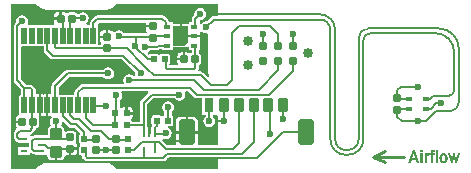
<source format=gtl>
G04*
G04 #@! TF.GenerationSoftware,Altium Limited,Altium Designer,21.5.1 (32)*
G04*
G04 Layer_Physical_Order=1*
G04 Layer_Color=255*
%FSLAX25Y25*%
%MOIN*%
G70*
G04*
G04 #@! TF.SameCoordinates,39876A4E-BCA0-42A6-88EB-BCD9F64C9596*
G04*
G04*
G04 #@! TF.FilePolarity,Positive*
G04*
G01*
G75*
%ADD10C,0.01000*%
%ADD29C,0.03347*%
%ADD30C,0.00787*%
G04:AMPARAMS|DCode=31|XSize=15.75mil|YSize=21.65mil|CornerRadius=0mil|HoleSize=0mil|Usage=FLASHONLY|Rotation=270.000|XOffset=0mil|YOffset=0mil|HoleType=Round|Shape=RoundedRectangle|*
%AMROUNDEDRECTD31*
21,1,0.01575,0.02165,0,0,270.0*
21,1,0.01575,0.02165,0,0,270.0*
1,1,0.00000,-0.01083,-0.00787*
1,1,0.00000,-0.01083,0.00787*
1,1,0.00000,0.01083,0.00787*
1,1,0.00000,0.01083,-0.00787*
%
%ADD31ROUNDEDRECTD31*%
%ADD32R,0.00394X0.00394*%
G04:AMPARAMS|DCode=33|XSize=11.81mil|YSize=19.68mil|CornerRadius=1.18mil|HoleSize=0mil|Usage=FLASHONLY|Rotation=270.000|XOffset=0mil|YOffset=0mil|HoleType=Round|Shape=RoundedRectangle|*
%AMROUNDEDRECTD33*
21,1,0.01181,0.01732,0,0,270.0*
21,1,0.00945,0.01968,0,0,270.0*
1,1,0.00236,-0.00866,-0.00472*
1,1,0.00236,-0.00866,0.00472*
1,1,0.00236,0.00866,0.00472*
1,1,0.00236,0.00866,-0.00472*
%
%ADD33ROUNDEDRECTD33*%
%ADD34R,0.01968X0.01181*%
G04:AMPARAMS|DCode=35|XSize=31.5mil|YSize=47.24mil|CornerRadius=3.15mil|HoleSize=0mil|Usage=FLASHONLY|Rotation=0.000|XOffset=0mil|YOffset=0mil|HoleType=Round|Shape=RoundedRectangle|*
%AMROUNDEDRECTD35*
21,1,0.03150,0.04095,0,0,0.0*
21,1,0.02520,0.04724,0,0,0.0*
1,1,0.00630,0.01260,-0.02047*
1,1,0.00630,-0.01260,-0.02047*
1,1,0.00630,-0.01260,0.02047*
1,1,0.00630,0.01260,0.02047*
%
%ADD35ROUNDEDRECTD35*%
%ADD36R,0.03150X0.04724*%
G04:AMPARAMS|DCode=37|XSize=51.18mil|YSize=84.65mil|CornerRadius=5.12mil|HoleSize=0mil|Usage=FLASHONLY|Rotation=0.000|XOffset=0mil|YOffset=0mil|HoleType=Round|Shape=RoundedRectangle|*
%AMROUNDEDRECTD37*
21,1,0.05118,0.07441,0,0,0.0*
21,1,0.04095,0.08465,0,0,0.0*
1,1,0.01024,0.02047,-0.03720*
1,1,0.01024,-0.02047,-0.03720*
1,1,0.01024,-0.02047,0.03720*
1,1,0.01024,0.02047,0.03720*
%
%ADD37ROUNDEDRECTD37*%
G04:AMPARAMS|DCode=38|XSize=21.65mil|YSize=19.68mil|CornerRadius=1.97mil|HoleSize=0mil|Usage=FLASHONLY|Rotation=90.000|XOffset=0mil|YOffset=0mil|HoleType=Round|Shape=RoundedRectangle|*
%AMROUNDEDRECTD38*
21,1,0.02165,0.01575,0,0,90.0*
21,1,0.01772,0.01968,0,0,90.0*
1,1,0.00394,0.00787,0.00886*
1,1,0.00394,0.00787,-0.00886*
1,1,0.00394,-0.00787,-0.00886*
1,1,0.00394,-0.00787,0.00886*
%
%ADD38ROUNDEDRECTD38*%
%ADD39C,0.03100*%
G04:AMPARAMS|DCode=40|XSize=17.72mil|YSize=55.12mil|CornerRadius=2.66mil|HoleSize=0mil|Usage=FLASHONLY|Rotation=0.000|XOffset=0mil|YOffset=0mil|HoleType=Round|Shape=RoundedRectangle|*
%AMROUNDEDRECTD40*
21,1,0.01772,0.04980,0,0,0.0*
21,1,0.01240,0.05512,0,0,0.0*
1,1,0.00532,0.00620,-0.02490*
1,1,0.00532,-0.00620,-0.02490*
1,1,0.00532,-0.00620,0.02490*
1,1,0.00532,0.00620,0.02490*
%
%ADD40ROUNDEDRECTD40*%
G04:AMPARAMS|DCode=41|XSize=25.2mil|YSize=23.62mil|CornerRadius=2.36mil|HoleSize=0mil|Usage=FLASHONLY|Rotation=180.000|XOffset=0mil|YOffset=0mil|HoleType=Round|Shape=RoundedRectangle|*
%AMROUNDEDRECTD41*
21,1,0.02520,0.01890,0,0,180.0*
21,1,0.02047,0.02362,0,0,180.0*
1,1,0.00472,-0.01024,0.00945*
1,1,0.00472,0.01024,0.00945*
1,1,0.00472,0.01024,-0.00945*
1,1,0.00472,-0.01024,-0.00945*
%
%ADD41ROUNDEDRECTD41*%
%ADD42R,0.02165X0.00984*%
G04:AMPARAMS|DCode=43|XSize=25.2mil|YSize=23.62mil|CornerRadius=2.36mil|HoleSize=0mil|Usage=FLASHONLY|Rotation=270.000|XOffset=0mil|YOffset=0mil|HoleType=Round|Shape=RoundedRectangle|*
%AMROUNDEDRECTD43*
21,1,0.02520,0.01890,0,0,270.0*
21,1,0.02047,0.02362,0,0,270.0*
1,1,0.00472,-0.00945,-0.01024*
1,1,0.00472,-0.00945,0.01024*
1,1,0.00472,0.00945,0.01024*
1,1,0.00472,0.00945,-0.01024*
%
%ADD43ROUNDEDRECTD43*%
G04:AMPARAMS|DCode=44|XSize=37.4mil|YSize=39.37mil|CornerRadius=3.74mil|HoleSize=0mil|Usage=FLASHONLY|Rotation=0.000|XOffset=0mil|YOffset=0mil|HoleType=Round|Shape=RoundedRectangle|*
%AMROUNDEDRECTD44*
21,1,0.03740,0.03189,0,0,0.0*
21,1,0.02992,0.03937,0,0,0.0*
1,1,0.00748,0.01496,-0.01595*
1,1,0.00748,-0.01496,-0.01595*
1,1,0.00748,-0.01496,0.01595*
1,1,0.00748,0.01496,0.01595*
%
%ADD44ROUNDEDRECTD44*%
G04:AMPARAMS|DCode=45|XSize=21.65mil|YSize=19.68mil|CornerRadius=1.97mil|HoleSize=0mil|Usage=FLASHONLY|Rotation=180.000|XOffset=0mil|YOffset=0mil|HoleType=Round|Shape=RoundedRectangle|*
%AMROUNDEDRECTD45*
21,1,0.02165,0.01575,0,0,180.0*
21,1,0.01772,0.01968,0,0,180.0*
1,1,0.00394,-0.00886,0.00787*
1,1,0.00394,0.00886,0.00787*
1,1,0.00394,0.00886,-0.00787*
1,1,0.00394,-0.00886,-0.00787*
%
%ADD45ROUNDEDRECTD45*%
%ADD46R,0.00984X0.02165*%
%ADD47C,0.00591*%
%ADD48C,0.02362*%
G36*
X70866Y52976D02*
X69488D01*
X69027Y52884D01*
X68637Y52623D01*
X68637Y52623D01*
X67183Y51169D01*
X66929Y51220D01*
X66161Y51067D01*
X65510Y50632D01*
X65358Y50405D01*
X65003Y50513D01*
X64858Y50953D01*
D01*
X64803Y51453D01*
X64961Y51635D01*
X65729Y51787D01*
X66380Y52223D01*
X66815Y52874D01*
X66968Y53642D01*
X66815Y54410D01*
X66380Y55061D01*
X65729Y55496D01*
X64961Y55649D01*
X64193Y55496D01*
X63541Y55061D01*
X63106Y54410D01*
X62954Y53642D01*
X63004Y53388D01*
X62534Y52918D01*
X62273Y52528D01*
X62182Y52067D01*
X62182Y52067D01*
Y50953D01*
X61118D01*
Y50394D01*
X55803Y50394D01*
Y50953D01*
X54636D01*
X54558Y51346D01*
X54297Y51737D01*
X54297Y51737D01*
X53214Y52820D01*
X52823Y53081D01*
X52362Y53173D01*
X52362Y53173D01*
X37520D01*
X37520Y53173D01*
X37520Y53173D01*
X30709D01*
X30709Y53173D01*
X30248Y53081D01*
X29857Y52820D01*
X28479Y51442D01*
X28218Y51051D01*
X28126Y50591D01*
X28126Y50590D01*
Y50000D01*
X27495D01*
X27392Y50021D01*
X27065D01*
X26914Y50521D01*
X27249Y50744D01*
X27684Y51396D01*
X27837Y52164D01*
X27684Y52932D01*
X27249Y53583D01*
X26598Y54018D01*
X25829Y54171D01*
X25061Y54018D01*
X24560Y53683D01*
X24364Y53602D01*
X23940Y53779D01*
X23898Y53842D01*
X23560Y54068D01*
X23160Y54147D01*
X21270D01*
X20871Y54068D01*
X20826Y54037D01*
X20260Y53983D01*
X19857Y54253D01*
X19380Y54348D01*
X18829D01*
Y52080D01*
X18436D01*
Y51686D01*
X16246D01*
Y51056D01*
X16341Y50580D01*
X16381Y50521D01*
X16114Y50021D01*
X15915D01*
X15812Y50000D01*
X14700D01*
X14596Y50021D01*
X13356D01*
X13253Y50000D01*
X12141D01*
X12037Y50021D01*
X10797D01*
X10694Y50000D01*
X9582D01*
X9478Y50021D01*
X8238D01*
X8134Y50000D01*
X7690D01*
X7431Y50412D01*
X7438Y50500D01*
X7586Y51245D01*
X7434Y52014D01*
X6999Y52665D01*
X6347Y53100D01*
X5579Y53253D01*
X4811Y53100D01*
X4160Y52665D01*
X3725Y52014D01*
X3572Y51245D01*
X3623Y50992D01*
X3086Y50455D01*
X2824Y50064D01*
X2733Y49603D01*
X2733Y49603D01*
Y31496D01*
X2733Y31496D01*
X2824Y31035D01*
X3086Y30645D01*
X5095Y28635D01*
Y26595D01*
X4920Y26478D01*
X4687Y26129D01*
X4605Y25719D01*
Y20738D01*
X4656Y20484D01*
X4655Y20438D01*
X4450Y20042D01*
X4354Y19926D01*
X4169Y19890D01*
X3766Y19620D01*
X3496Y19216D01*
X3401Y18740D01*
Y18110D01*
X5590D01*
Y17323D01*
X3401D01*
Y16693D01*
X3496Y16217D01*
X3766Y15813D01*
X3706Y15252D01*
X3086Y14631D01*
X2824Y14240D01*
X2733Y13780D01*
X2733Y13780D01*
Y12598D01*
X2733Y12598D01*
X2824Y12138D01*
X3086Y11747D01*
X3479Y11353D01*
X3479Y11353D01*
X3715Y11117D01*
X4106Y10856D01*
X4374Y10803D01*
Y10689D01*
X7851D01*
Y9311D01*
X4374D01*
Y6752D01*
X8114D01*
Y7192D01*
X8614Y7399D01*
X8833Y7180D01*
X9224Y6919D01*
X9685Y6827D01*
X9886D01*
Y6752D01*
X13626D01*
X14048Y6564D01*
Y6181D01*
X14154Y5651D01*
X14454Y5202D01*
X14903Y4902D01*
X15433Y4796D01*
X16535D01*
Y7776D01*
X17323D01*
Y4796D01*
X18425D01*
X18955Y4902D01*
X19404Y5202D01*
X19705Y5651D01*
X19810Y6181D01*
Y6320D01*
X20310Y6615D01*
X20630Y6551D01*
X21260D01*
Y8740D01*
X21654D01*
Y9134D01*
X23922D01*
Y9685D01*
X23827Y10161D01*
X23557Y10565D01*
X23611Y11130D01*
X23641Y11175D01*
X23721Y11575D01*
Y13465D01*
X23641Y13864D01*
X23415Y14202D01*
X23077Y14429D01*
X22677Y14508D01*
X20630D01*
X20231Y14429D01*
X20109Y14348D01*
X19609Y14611D01*
Y15079D01*
X19519Y15532D01*
X19263Y15916D01*
X18878Y16173D01*
X18768Y16195D01*
X18538Y16750D01*
X18752Y17071D01*
X18848Y17554D01*
X19391Y17718D01*
X21082Y16027D01*
X21082Y16027D01*
X21473Y15766D01*
X21934Y15675D01*
X23140D01*
X24828Y13986D01*
X24782Y13525D01*
X24565Y13199D01*
X24489Y12815D01*
Y11240D01*
X24565Y10856D01*
X24782Y10531D01*
X24924Y10436D01*
Y9879D01*
X24782Y9784D01*
X24565Y9459D01*
X24489Y9075D01*
Y7500D01*
X24565Y7116D01*
X24782Y6790D01*
X25108Y6573D01*
X25253Y6544D01*
X25615Y6255D01*
X25707Y5794D01*
X25968Y5403D01*
X26429Y4942D01*
X26429Y4942D01*
X26820Y4681D01*
X27281Y4589D01*
X27281Y4589D01*
X52644D01*
X52644Y4589D01*
X53105Y4681D01*
X53495Y4942D01*
X54436Y5882D01*
X70866D01*
Y2007D01*
X36887D01*
X36272Y2808D01*
X35450Y3439D01*
X34492Y3836D01*
X33530Y3962D01*
X33463Y3976D01*
X14277Y3977D01*
X13778Y3977D01*
X13778Y3977D01*
X13778Y3977D01*
X13777Y3977D01*
Y3977D01*
X13709Y3963D01*
X12751Y3837D01*
X11793Y3440D01*
X10970Y2809D01*
X10355Y2007D01*
X2007D01*
Y57048D01*
X10357D01*
X10972Y56247D01*
X11794Y55616D01*
X12752Y55220D01*
X13714Y55093D01*
X13781Y55080D01*
X32967Y55078D01*
X33466Y55078D01*
X33466Y55078D01*
X33466Y55078D01*
X33467Y55078D01*
Y55078D01*
X33535Y55092D01*
X34493Y55218D01*
X35451Y55615D01*
X36274Y56246D01*
X36889Y57048D01*
X70866D01*
Y52976D01*
D02*
G37*
G36*
X37520Y50764D02*
X46705D01*
X46945Y50472D01*
Y49921D01*
X49213D01*
Y49134D01*
X46945D01*
Y48583D01*
X47039Y48107D01*
X47266Y47767D01*
X47192Y47498D01*
X47061Y47267D01*
X39417D01*
X39167Y47641D01*
X38516Y48076D01*
X37748Y48229D01*
X36980Y48076D01*
X36430Y47709D01*
X36095Y47690D01*
X35801Y47751D01*
X35762Y47809D01*
X35358Y48079D01*
X34882Y48173D01*
X34252D01*
Y45984D01*
X33858D01*
Y45590D01*
X31590D01*
Y45039D01*
X31685Y44563D01*
X31955Y44159D01*
X31901Y43594D01*
X31870Y43549D01*
X31843Y43409D01*
X31025D01*
Y50000D01*
X31025D01*
X30965Y50365D01*
X31323Y50764D01*
X37520D01*
X37520Y50764D01*
D02*
G37*
G36*
X12772Y41535D02*
X12772Y41535D01*
X12864Y41075D01*
X13125Y40684D01*
X14897Y38912D01*
X15287Y38651D01*
X15748Y38559D01*
X38871D01*
X43280Y34151D01*
X43251Y34006D01*
X43378Y33369D01*
X43148Y32987D01*
X43040Y32882D01*
X42785Y32874D01*
X42758Y32915D01*
X42107Y33350D01*
X41339Y33503D01*
X40571Y33350D01*
X39919Y32915D01*
X39484Y32264D01*
X39331Y31496D01*
X39476Y30770D01*
X39461Y30648D01*
X39260Y30270D01*
X25810D01*
X25350Y30179D01*
X24959Y29918D01*
X24959Y29918D01*
X23361Y28320D01*
X23100Y27929D01*
X23008Y27468D01*
X23008Y27468D01*
Y26772D01*
X22377D01*
X22274Y26792D01*
X21034D01*
X20930Y26772D01*
X19818D01*
X19715Y26792D01*
X18474D01*
X18371Y26772D01*
X17740D01*
Y29127D01*
X21267Y32654D01*
X32689D01*
X32833Y32439D01*
X33484Y32004D01*
X34252Y31851D01*
X35020Y32004D01*
X35671Y32439D01*
X36106Y33090D01*
X36259Y33858D01*
X36106Y34626D01*
X35671Y35278D01*
X35020Y35713D01*
X34252Y35865D01*
X33484Y35713D01*
X32833Y35278D01*
X32689Y35063D01*
X20768D01*
X20768Y35063D01*
X20307Y34971D01*
X19916Y34710D01*
X19916Y34710D01*
X15684Y30477D01*
X15423Y30087D01*
X15331Y29626D01*
X15331Y29626D01*
Y27318D01*
X15301Y27266D01*
X14831Y26946D01*
X14596Y26993D01*
X13356D01*
X12869Y26896D01*
X12697Y26781D01*
X12525Y26896D01*
X12037Y26993D01*
X10797D01*
X10563Y26946D01*
X10093Y27266D01*
X10063Y27318D01*
Y28427D01*
X10063Y28427D01*
X9971Y28888D01*
X9710Y29278D01*
X9710Y29278D01*
X9249Y29739D01*
X8858Y30000D01*
X8397Y30092D01*
X8397Y30092D01*
X7044D01*
X5141Y31995D01*
Y42728D01*
X5641Y42900D01*
X5679Y42893D01*
X6919D01*
X7023Y42913D01*
X8134D01*
X8238Y42893D01*
X9478D01*
X9582Y42913D01*
X10694D01*
X10797Y42893D01*
X12037D01*
X12141Y42913D01*
X12772D01*
Y41535D01*
D02*
G37*
G36*
X60921Y44181D02*
X59622Y42882D01*
X56000D01*
X56000Y49575D01*
X60921D01*
X60921Y44181D01*
D02*
G37*
G36*
X61118Y42520D02*
Y41504D01*
X62178D01*
Y40613D01*
X61963Y40571D01*
X61918Y40540D01*
X61352Y40486D01*
X60949Y40756D01*
X60472Y40851D01*
X59921D01*
Y38583D01*
X59527D01*
Y38189D01*
X57338D01*
Y37559D01*
X57433Y37083D01*
X57512Y36965D01*
X57244Y36465D01*
X54818D01*
X54721Y36965D01*
X54928Y37274D01*
X55004Y37658D01*
Y39430D01*
X54928Y39814D01*
X54710Y40140D01*
X54385Y40357D01*
X54001Y40433D01*
X52426D01*
X52042Y40357D01*
X51716Y40140D01*
X51622Y39998D01*
X51064D01*
X50970Y40140D01*
X50644Y40357D01*
X50260Y40433D01*
X48686D01*
X48302Y40357D01*
X47976Y40140D01*
X47715Y40114D01*
X47445Y40421D01*
X47543Y40938D01*
X48058Y41283D01*
X48202Y41498D01*
X50576D01*
X50576Y41498D01*
X51037Y41589D01*
X51428Y41850D01*
X51452Y41875D01*
X52063D01*
Y41504D01*
X55803D01*
Y42520D01*
X61118Y42520D01*
D02*
G37*
G36*
X66161Y47358D02*
X66929Y47205D01*
X67198Y47259D01*
X67692Y46847D01*
Y33860D01*
X67784Y33399D01*
X68029Y32806D01*
X67605Y32523D01*
X66010Y34118D01*
X65620Y34379D01*
X65159Y34471D01*
X65159Y34471D01*
X64447D01*
X64344Y34613D01*
X64226Y34971D01*
X64420Y35261D01*
X64511Y35722D01*
X64511Y35722D01*
Y36567D01*
X64651Y36595D01*
X64990Y36821D01*
X65216Y37160D01*
X65296Y37559D01*
Y39606D01*
X65216Y40006D01*
X64990Y40344D01*
X64651Y40571D01*
X64586Y40584D01*
Y41504D01*
X64858D01*
Y44457D01*
X65055D01*
Y45835D01*
X62988D01*
Y46622D01*
X65055D01*
Y47574D01*
X65339Y47711D01*
X65555Y47763D01*
X66161Y47358D01*
D02*
G37*
G36*
X62928Y25920D02*
X62928Y25920D01*
X63319Y25659D01*
X63779Y25567D01*
X65630D01*
Y20059D01*
X66788D01*
Y19498D01*
X66551Y19340D01*
X66116Y18689D01*
X65963Y17921D01*
X66116Y17152D01*
X66551Y16501D01*
X67202Y16066D01*
X67970Y15913D01*
X68738Y16066D01*
X69389Y16501D01*
X69824Y17152D01*
X69977Y17921D01*
X69824Y18689D01*
X69389Y19340D01*
X69196Y19469D01*
Y20059D01*
X70354D01*
X70354Y20059D01*
X70366Y20061D01*
X70866Y19629D01*
Y9866D01*
X64477D01*
X64067Y10366D01*
X64084Y10453D01*
Y13780D01*
X56939D01*
Y10453D01*
X56956Y10366D01*
X56546Y9866D01*
X54042D01*
X52331Y11576D01*
X52650Y11965D01*
X52663Y11956D01*
X53431Y11803D01*
X54199Y11956D01*
X54850Y12391D01*
X55286Y13042D01*
X55438Y13810D01*
X55286Y14579D01*
X54850Y15230D01*
X54227Y15646D01*
X54228Y15724D01*
X54233Y15791D01*
X54324Y16137D01*
X54693Y16210D01*
X54709Y16221D01*
X55020D01*
X55404Y16297D01*
X55729Y16515D01*
X55947Y16840D01*
X56023Y17224D01*
Y18996D01*
X55947Y19380D01*
X55729Y19706D01*
X55460Y19885D01*
Y20986D01*
X55675Y21130D01*
X56110Y21781D01*
X56263Y22549D01*
X56110Y23317D01*
X55675Y23968D01*
X55024Y24403D01*
X54256Y24556D01*
X53488Y24403D01*
X52837Y23968D01*
X52402Y23317D01*
X52249Y22549D01*
X52402Y21781D01*
X52837Y21130D01*
X53052Y20986D01*
Y19917D01*
X52735Y19706D01*
X52641Y19565D01*
X52083D01*
X51989Y19706D01*
X51664Y19923D01*
X51279Y20000D01*
X49705D01*
X49321Y19923D01*
X48995Y19706D01*
X48778Y19380D01*
X48701Y18996D01*
Y17224D01*
X48778Y16840D01*
X48982Y16535D01*
X48887Y16393D01*
X48796Y15933D01*
X48425Y15867D01*
Y13780D01*
X47638D01*
Y15846D01*
X47267D01*
Y23517D01*
X49318Y25567D01*
X56422D01*
X56611Y25285D01*
X57262Y24850D01*
X58030Y24697D01*
X58798Y24850D01*
X59449Y25285D01*
X59884Y25936D01*
X60037Y26704D01*
X59906Y27362D01*
X60179Y27862D01*
X60986D01*
X62928Y25920D01*
D02*
G37*
G36*
X47706Y27362D02*
X45211Y24867D01*
X44950Y24477D01*
X44859Y24016D01*
X44859Y24016D01*
Y17740D01*
X42180D01*
X42167Y17805D01*
X41992Y18067D01*
X41959Y18206D01*
X42019Y18686D01*
X42092Y18735D01*
X42353Y19126D01*
X42444Y19587D01*
Y20079D01*
X40453D01*
Y20472D01*
X40059D01*
Y22562D01*
X39665D01*
X39204Y22471D01*
X38814Y22210D01*
X38329Y22313D01*
X38094Y22500D01*
Y24914D01*
X38309Y25058D01*
X38744Y25709D01*
X38897Y26477D01*
X38744Y27245D01*
X38626Y27421D01*
X38862Y27862D01*
X47499D01*
X47706Y27362D01*
D02*
G37*
G36*
X12869Y19561D02*
X13356Y19464D01*
X14596D01*
X15084Y19561D01*
X15429Y19189D01*
X15430Y19185D01*
X15044Y18607D01*
X14891Y17839D01*
X15044Y17071D01*
X15265Y16739D01*
X15035Y16184D01*
X14980Y16173D01*
X14596Y15916D01*
X14339Y15532D01*
X14249Y15079D01*
Y13173D01*
X13626D01*
Y13248D01*
X9886D01*
Y13248D01*
X9431Y13138D01*
X9145Y13081D01*
X8763Y12825D01*
X8722Y12833D01*
X8256Y13021D01*
X8215Y13349D01*
X8468Y13601D01*
X8521Y13612D01*
X8912Y13873D01*
X9828Y14789D01*
X10089Y15180D01*
X10181Y15641D01*
X10294Y15648D01*
X10315Y15649D01*
X10714Y15729D01*
X11053Y15955D01*
X11279Y16294D01*
X11359Y16693D01*
Y18740D01*
X11314Y18964D01*
X11618Y19464D01*
X12037D01*
X12525Y19561D01*
X12697Y19676D01*
X12869Y19561D01*
D02*
G37*
G36*
X142758Y8445D02*
X142835Y8439D01*
X142923Y8421D01*
X143023Y8403D01*
X143130Y8374D01*
X143236Y8338D01*
X143141Y7748D01*
X143135D01*
X143112Y7754D01*
X143082Y7766D01*
X143041Y7778D01*
X142994Y7784D01*
X142935Y7796D01*
X142823Y7801D01*
X142799D01*
X142776Y7796D01*
X142740Y7790D01*
X142705Y7778D01*
X142669Y7766D01*
X142640Y7743D01*
X142610Y7713D01*
Y7707D01*
X142599Y7695D01*
X142593Y7672D01*
X142581Y7636D01*
X142569Y7595D01*
X142557Y7536D01*
X142551Y7465D01*
X142545Y7377D01*
Y7147D01*
X143065D01*
Y6480D01*
X142545D01*
Y3937D01*
X141849D01*
Y6480D01*
X141460D01*
Y7038D01*
X141247Y6321D01*
X141242Y6327D01*
X141218Y6344D01*
X141183Y6368D01*
X141141Y6391D01*
X141088Y6415D01*
X141035Y6439D01*
X140976Y6456D01*
X140917Y6462D01*
X140893D01*
X140864Y6456D01*
X140829Y6450D01*
X140787Y6433D01*
X140746Y6415D01*
X140699Y6385D01*
X140657Y6350D01*
X140652Y6344D01*
X140640Y6327D01*
X140622Y6303D01*
X140598Y6262D01*
X140575Y6208D01*
X140545Y6144D01*
X140522Y6061D01*
X140504Y5961D01*
Y5955D01*
Y5949D01*
X140498Y5931D01*
Y5908D01*
X140492Y5872D01*
Y5831D01*
X140486Y5784D01*
X140480Y5731D01*
X140475Y5660D01*
Y5589D01*
X140469Y5500D01*
X140463Y5406D01*
Y5306D01*
X140457Y5188D01*
Y5064D01*
Y4928D01*
Y3937D01*
X139761D01*
Y7147D01*
X140410D01*
Y6692D01*
X140416Y6698D01*
X140427Y6716D01*
X140439Y6740D01*
X140469Y6793D01*
X140510Y6858D01*
X140557Y6928D01*
X140604Y6999D01*
X140657Y7064D01*
X140705Y7111D01*
X140711Y7117D01*
X140728Y7129D01*
X140758Y7147D01*
X140793Y7170D01*
X140834Y7188D01*
X140888Y7206D01*
X140947Y7217D01*
X141006Y7223D01*
X141047D01*
X141094Y7217D01*
X141153Y7206D01*
X141224Y7182D01*
X141301Y7153D01*
X141383Y7111D01*
X141460Y7062D01*
Y7147D01*
X141849D01*
Y7389D01*
Y7394D01*
Y7406D01*
Y7430D01*
Y7459D01*
Y7495D01*
X141855Y7536D01*
X141861Y7630D01*
X141867Y7737D01*
X141885Y7837D01*
X141902Y7937D01*
X141932Y8020D01*
X141938Y8032D01*
X141950Y8055D01*
X141967Y8091D01*
X141997Y8132D01*
X142032Y8185D01*
X142079Y8238D01*
X142132Y8285D01*
X142197Y8332D01*
X142203Y8338D01*
X142233Y8350D01*
X142268Y8368D01*
X142321Y8392D01*
X142386Y8415D01*
X142469Y8433D01*
X142557Y8445D01*
X142652Y8450D01*
X142705D01*
X142758Y8445D01*
D02*
G37*
G36*
X139076Y7583D02*
X138380D01*
Y8368D01*
X139076D01*
Y7583D01*
D02*
G37*
G36*
X150705Y3937D02*
X150044D01*
X149584Y5996D01*
X149136Y3937D01*
X148463D01*
X147631Y7147D01*
X148304D01*
X148800Y5040D01*
X149254Y7147D01*
X149920D01*
X150363Y5040D01*
X150870Y7147D01*
X151561D01*
X150705Y3937D01*
D02*
G37*
G36*
X144156D02*
X143460D01*
Y8374D01*
X144156D01*
Y3937D01*
D02*
G37*
G36*
X139076D02*
X138380D01*
Y7147D01*
X139076D01*
Y3937D01*
D02*
G37*
G36*
X137997D02*
X137200D01*
X136881Y4946D01*
X135430D01*
X135129Y3937D01*
X134350D01*
X135760Y8374D01*
X136545D01*
X137997Y3937D01*
D02*
G37*
G36*
X146115Y7217D02*
X146162D01*
X146215Y7206D01*
X146274Y7200D01*
X146345Y7182D01*
X146416Y7158D01*
X146499Y7135D01*
X146575Y7099D01*
X146658Y7058D01*
X146740Y7011D01*
X146823Y6952D01*
X146906Y6887D01*
X146982Y6810D01*
X147053Y6722D01*
X147059Y6716D01*
X147071Y6698D01*
X147089Y6675D01*
X147112Y6633D01*
X147136Y6586D01*
X147171Y6527D01*
X147201Y6462D01*
X147236Y6391D01*
X147271Y6309D01*
X147301Y6220D01*
X147336Y6126D01*
X147360Y6020D01*
X147383Y5914D01*
X147401Y5801D01*
X147413Y5683D01*
X147419Y5559D01*
Y5554D01*
Y5536D01*
Y5512D01*
Y5477D01*
X147413Y5430D01*
X147407Y5382D01*
X147401Y5324D01*
X147395Y5259D01*
X147372Y5117D01*
X147336Y4970D01*
X147289Y4810D01*
X147224Y4657D01*
Y4651D01*
X147218Y4639D01*
X147206Y4621D01*
X147189Y4592D01*
X147148Y4521D01*
X147094Y4433D01*
X147018Y4338D01*
X146935Y4238D01*
X146841Y4143D01*
X146729Y4061D01*
X146723D01*
X146717Y4055D01*
X146699Y4043D01*
X146676Y4031D01*
X146611Y3996D01*
X146528Y3961D01*
X146428Y3925D01*
X146316Y3890D01*
X146192Y3866D01*
X146056Y3860D01*
X146032D01*
X145997Y3866D01*
X145962D01*
X145908Y3872D01*
X145850Y3884D01*
X145785Y3896D01*
X145714Y3919D01*
X145643Y3943D01*
X145560Y3972D01*
X145484Y4008D01*
X145401Y4049D01*
X145318Y4102D01*
X145236Y4161D01*
X145159Y4232D01*
X145082Y4309D01*
X145077Y4315D01*
X145065Y4332D01*
X145047Y4356D01*
X145024Y4391D01*
X144994Y4439D01*
X144959Y4492D01*
X144929Y4562D01*
X144894Y4639D01*
X144852Y4722D01*
X144823Y4816D01*
X144788Y4922D01*
X144758Y5034D01*
X144734Y5158D01*
X144717Y5294D01*
X144705Y5436D01*
X144699Y5583D01*
Y5589D01*
Y5607D01*
Y5630D01*
X144705Y5666D01*
Y5707D01*
X144711Y5754D01*
X144717Y5807D01*
X144723Y5866D01*
X144746Y6002D01*
X144776Y6144D01*
X144823Y6297D01*
X144882Y6444D01*
Y6450D01*
X144894Y6462D01*
X144900Y6480D01*
X144917Y6509D01*
X144959Y6580D01*
X145012Y6663D01*
X145082Y6757D01*
X145171Y6858D01*
X145265Y6946D01*
X145372Y7029D01*
X145378D01*
X145383Y7034D01*
X145401Y7046D01*
X145425Y7058D01*
X145490Y7088D01*
X145572Y7129D01*
X145673Y7164D01*
X145791Y7194D01*
X145920Y7217D01*
X146056Y7223D01*
X146086D01*
X146115Y7217D01*
D02*
G37*
%LPC*%
G36*
X18042Y54348D02*
X17491D01*
X17015Y54253D01*
X16611Y53983D01*
X16341Y53580D01*
X16246Y53104D01*
Y52474D01*
X18042D01*
Y54348D01*
D02*
G37*
G36*
X23922Y8347D02*
X22047D01*
Y6551D01*
X22677D01*
X23153Y6646D01*
X23557Y6915D01*
X23827Y7319D01*
X23922Y7795D01*
Y8347D01*
D02*
G37*
G36*
X33465Y48173D02*
X32835D01*
X32358Y48079D01*
X31955Y47809D01*
X31685Y47405D01*
X31590Y46929D01*
Y46378D01*
X33465D01*
Y48173D01*
D02*
G37*
G36*
X59134Y40851D02*
X58583D01*
X58106Y40756D01*
X57703Y40486D01*
X57433Y40082D01*
X57338Y39606D01*
Y38976D01*
X59134D01*
Y40851D01*
D02*
G37*
G36*
X62559Y19419D02*
X60905D01*
Y14567D01*
X64084D01*
Y17894D01*
X63968Y18477D01*
X63638Y18972D01*
X63143Y19303D01*
X62559Y19419D01*
D02*
G37*
G36*
X60118D02*
X58465D01*
X57881Y19303D01*
X57386Y18972D01*
X57055Y18477D01*
X56939Y17894D01*
Y14567D01*
X60118D01*
Y19419D01*
D02*
G37*
G36*
X41240Y22562D02*
X40846D01*
Y20866D01*
X42444D01*
Y21358D01*
X42353Y21819D01*
X42092Y22210D01*
X41701Y22471D01*
X41240Y22562D01*
D02*
G37*
G36*
X136144Y7335D02*
X135654Y5695D01*
X136645D01*
X136144Y7335D01*
D02*
G37*
G36*
X146097Y6533D02*
X146038D01*
X146009Y6527D01*
X145956Y6521D01*
X145897Y6504D01*
X145826Y6474D01*
X145749Y6427D01*
X145673Y6362D01*
X145637Y6327D01*
X145602Y6279D01*
X145596Y6267D01*
X145572Y6232D01*
X145543Y6173D01*
X145507Y6090D01*
X145472Y5990D01*
X145442Y5860D01*
X145419Y5713D01*
X145413Y5542D01*
Y5536D01*
Y5518D01*
Y5495D01*
X145419Y5459D01*
Y5418D01*
X145425Y5377D01*
X145437Y5265D01*
X145460Y5147D01*
X145495Y5023D01*
X145537Y4905D01*
X145602Y4798D01*
X145608Y4787D01*
X145637Y4757D01*
X145678Y4722D01*
X145731Y4674D01*
X145796Y4627D01*
X145873Y4592D01*
X145962Y4562D01*
X146062Y4551D01*
X146074D01*
X146109Y4557D01*
X146156Y4562D01*
X146221Y4580D01*
X146292Y4610D01*
X146369Y4657D01*
X146445Y4716D01*
X146516Y4798D01*
Y4804D01*
X146522Y4810D01*
X146534Y4828D01*
X146546Y4846D01*
X146575Y4905D01*
X146611Y4987D01*
X146646Y5093D01*
X146676Y5223D01*
X146699Y5371D01*
X146705Y5548D01*
Y5554D01*
Y5571D01*
Y5595D01*
Y5624D01*
X146699Y5666D01*
X146693Y5713D01*
X146681Y5819D01*
X146658Y5937D01*
X146622Y6061D01*
X146575Y6173D01*
X146510Y6279D01*
Y6285D01*
X146504Y6291D01*
X146475Y6321D01*
X146434Y6362D01*
X146380Y6409D01*
X146316Y6450D01*
X146239Y6492D01*
X146150Y6521D01*
X146097Y6533D01*
D02*
G37*
%LPD*%
D10*
X122638Y6102D02*
X132874D01*
X122638D02*
X126575Y4134D01*
X122638Y6102D02*
X126575Y8071D01*
X122638Y6102D02*
X126575Y4134D01*
D29*
X80945Y44551D02*
D03*
Y36551D02*
D03*
X100945Y40551D02*
D03*
D30*
X147832Y26369D02*
G03*
X149606Y28144I0J1775D01*
G01*
X148194Y21226D02*
G03*
X151181Y24213I0J2987D01*
G01*
X149606Y40945D02*
G03*
X143338Y47213I-6268J0D01*
G01*
X121684Y47244D02*
G03*
X119353Y44913I0J-2331D01*
G01*
X114204Y6693D02*
G03*
X119353Y11842I0J5149D01*
G01*
X108329Y11811D02*
G03*
X113478Y6662I5149J0D01*
G01*
X108299Y48425D02*
G03*
X104952Y51772I-3347J0D01*
G01*
X151181Y42126D02*
G03*
X144517Y48790I-6664J0D01*
G01*
X120897Y48850D02*
G03*
X117747Y45700I0J-3150D01*
G01*
X114204Y8299D02*
G03*
X117747Y11842I0J3543D01*
G01*
X109935Y11811D02*
G03*
X113478Y8268I3543J0D01*
G01*
X109904Y48425D02*
G03*
X104786Y53543I-5118J0D01*
G01*
X63386Y52067D02*
X64961Y53642D01*
X66800Y56232D02*
X69488Y53543D01*
X59860Y56232D02*
X66800D01*
X69488Y53543D02*
X104724D01*
X6339Y29094D02*
X6545Y28888D01*
X8976Y15641D02*
Y17717D01*
X8858Y23228D02*
Y28427D01*
X8397Y28888D02*
X8858Y28427D01*
X8976Y17717D02*
Y23346D01*
X6545Y28888D02*
X8397D01*
X3937Y31496D02*
X6339Y29094D01*
X6299Y23228D02*
Y29055D01*
X6339Y29094D01*
X130709Y28248D02*
X131890Y29429D01*
X137402D01*
X130709Y19339D02*
X132134Y17913D01*
X140376D02*
X143689Y21226D01*
X132134Y17913D02*
X137402D01*
X140376D01*
X141745Y22060D02*
X143504Y23819D01*
X145276D01*
X143689Y21226D02*
X148194D01*
X149606Y28144D02*
Y40945D01*
X151181Y24213D02*
Y42126D01*
X144688Y26369D02*
X147832D01*
X144679Y26378D02*
X144688Y26369D01*
X142722Y26378D02*
X144679D01*
X141684Y25340D02*
X142722Y26378D01*
X121684Y47244D02*
X143338D01*
X119353Y11842D02*
Y44913D01*
X108329Y11811D02*
Y48425D01*
X113478Y6662D02*
Y6693D01*
X114204D01*
X69488Y51772D02*
X104952D01*
X140157Y25197D02*
X140301Y25340D01*
X141684D01*
X85945Y43051D02*
Y47217D01*
X58508Y56184D02*
X59813D01*
X58461Y46228D02*
Y56232D01*
X117747Y11842D02*
Y45700D01*
X114173Y8268D02*
X114204Y8299D01*
X113478Y8268D02*
X114173D01*
X72913Y17724D02*
Y23209D01*
X109935Y11811D02*
Y48425D01*
X55933Y11417D02*
X61417D01*
X18287Y52087D02*
X19094Y51279D01*
X33661Y8268D02*
X37402D01*
X3740Y3740D02*
X9808D01*
X140157Y22047D02*
X140171Y22060D01*
X141745D01*
X95945Y43051D02*
Y47217D01*
X22347Y51948D02*
X22562Y52164D01*
X130709Y25512D02*
Y28248D01*
X63382Y46228D02*
X66370D01*
X58461D02*
X63382D01*
X2362Y5118D02*
X3740Y3740D01*
X36768Y56232D02*
X57837D01*
X58413Y56184D02*
X58461Y56232D01*
X57884Y56184D02*
X58413D01*
X57837Y56232D02*
X57884Y56184D01*
X9808Y3740D02*
X10400Y4332D01*
X16468D01*
X130709Y19339D02*
Y21732D01*
X131024Y22047D02*
X134646D01*
X130709Y21732D02*
X131024Y22047D01*
X130709Y25512D02*
X131024Y25197D01*
X4882Y14724D02*
X8060D01*
X8976Y15641D01*
X3937Y13780D02*
X4882Y14724D01*
X5197Y18110D02*
Y18189D01*
X3935Y54723D02*
X35260D01*
X29721Y22838D02*
X33532D01*
X41951Y49528D02*
X49213D01*
X41706Y49282D02*
X41951Y49528D01*
X35281Y49282D02*
X41706D01*
X34957Y49606D02*
X35281Y49282D01*
X37748Y46222D02*
X37907Y46063D01*
X48898D01*
X49213Y45748D01*
X39370Y39764D02*
X45128Y34006D01*
X15748Y39764D02*
X39370D01*
X13976Y41535D02*
X15748Y39764D01*
X11417Y19685D02*
Y23228D01*
Y19685D02*
X12992Y18110D01*
X13976Y17913D02*
Y23228D01*
X13780Y17717D02*
X13976Y17913D01*
X3937Y31496D02*
Y49603D01*
X5579Y51245D01*
X22562Y52164D02*
X25829D01*
X22215Y52080D02*
X22347Y51948D01*
X63732Y4331D02*
X66831D01*
X68012Y5512D01*
X83858D01*
X43307Y42667D02*
Y42913D01*
X47430Y38544D02*
X49473D01*
X43307Y42667D02*
X47430Y38544D01*
X46639Y42702D02*
X50576D01*
X50953Y43079D01*
X66142Y28346D02*
X84449D01*
X90945Y34843D02*
Y38051D01*
X84449Y28346D02*
X90945Y34843D01*
X63779Y26772D02*
X87992D01*
X95945Y34724D02*
Y38051D01*
X87992Y26772D02*
X95945Y34724D01*
X70332Y17921D02*
X72891D01*
X21654Y19912D02*
Y23228D01*
X22956Y18609D02*
X24485D01*
X21654Y19912D02*
X22956Y18609D01*
X29331Y16535D02*
X36713D01*
X26772Y19094D02*
Y23228D01*
Y19094D02*
X29331Y16535D01*
X28626Y14469D02*
X31988D01*
X24485Y18609D02*
X28626Y14469D01*
X21934Y16879D02*
X23639D01*
X26378Y11713D02*
Y14140D01*
X23639Y16879D02*
X26378Y14140D01*
X31988Y14469D02*
X34409Y12047D01*
X37306D02*
X37562Y11791D01*
X34409Y12047D02*
X37306D01*
X30315Y8268D02*
X33661D01*
X83858Y5512D02*
X92520Y14173D01*
X42837Y8366D02*
X45495Y11024D01*
X40945Y8366D02*
X42837D01*
X45495Y11024D02*
X49989D01*
X63729Y4328D02*
X63732Y4331D01*
X63311Y4747D02*
X63729Y4328D01*
X49989Y7885D02*
Y11024D01*
X51181D01*
X53543Y8661D01*
X41339Y31496D02*
X62975D01*
X62984Y31487D01*
X45128Y34006D02*
X45258D01*
X36713Y20472D02*
X36889Y20649D01*
Y26477D01*
X62984Y31487D02*
X62992Y31496D01*
X66142Y28346D01*
X43307Y42913D02*
X43397Y43003D01*
X87677Y23209D02*
X88189Y22697D01*
Y13780D02*
Y22697D01*
X92520Y14173D02*
X100079D01*
X90945Y43051D02*
Y47043D01*
X88381Y49606D02*
X90945Y47043D01*
X75590Y31496D02*
Y47244D01*
X77953Y49606D02*
X88381D01*
X75590Y47244D02*
X77953Y49606D01*
X46063Y5793D02*
X52644D01*
X78740Y7087D02*
X82756Y11102D01*
X53937Y7087D02*
X78740D01*
X52644Y5793D02*
X53937Y7087D01*
X75984Y8661D02*
X77835Y10512D01*
X53543Y8661D02*
X75984D01*
X48031Y20511D02*
X49803Y22282D01*
X50035D01*
X54256Y17415D02*
Y22549D01*
Y17415D02*
X54290Y17381D01*
X54232Y17323D02*
X54290Y17381D01*
X46063Y24016D02*
X48819Y26772D01*
X57962D02*
X58030Y26704D01*
X48819Y26772D02*
X57962D01*
X92598Y23209D02*
Y23969D01*
Y18484D02*
Y23209D01*
X67992Y17724D02*
Y23209D01*
X16898Y13454D02*
Y17839D01*
X16929Y4793D02*
Y7776D01*
X16468Y4332D02*
X16929Y4793D01*
X17894Y8740D02*
X21654D01*
X16929Y7776D02*
X17894Y8740D01*
X16150Y12707D02*
X16898Y13454D01*
X46063Y16535D02*
Y24016D01*
Y13780D02*
Y16535D01*
X40453D02*
X46063D01*
X24213Y23228D02*
Y27468D01*
X25810Y29066D01*
X61485D01*
X50000Y13780D02*
X53400D01*
X53431Y13810D01*
X50489Y16422D02*
Y18110D01*
X50000Y15933D02*
X50489Y16422D01*
X50000Y13780D02*
Y15933D01*
X87677Y23209D02*
Y23694D01*
X48031Y13780D02*
Y20511D01*
X77835Y10512D02*
Y23209D01*
X82756Y11102D02*
Y23209D01*
X27281Y5793D02*
X46063D01*
Y7874D01*
X49989Y7885D02*
X50000Y7874D01*
X40453Y20472D02*
Y23797D01*
X40390Y23860D02*
X40453Y23797D01*
X36713Y16535D02*
Y20472D01*
X87216Y24155D02*
X87677Y23694D01*
X61485Y29066D02*
X63779Y26772D01*
X74016Y29921D02*
X75590Y31496D01*
X68504Y29921D02*
X74016D01*
X66535Y35433D02*
Y46063D01*
X66370Y46228D02*
X66534Y46064D01*
X92620Y23772D02*
Y23947D01*
X92598Y23969D02*
X92620Y23947D01*
X49411Y33266D02*
X65159D01*
X47244Y35433D02*
X49411Y33266D01*
X47244Y35433D02*
X47244D01*
X19212Y19600D02*
X21934Y16879D01*
X19212Y19600D02*
Y23111D01*
X19094Y23228D02*
X19212Y23111D01*
X21654Y23228D02*
X21654Y23228D01*
X37562Y11791D02*
X41260D01*
X59813Y56184D02*
X59860Y56232D01*
X65159Y33266D02*
X68504Y29921D01*
X45628Y37049D02*
X47244Y35433D01*
X53445Y35722D02*
X53906Y35261D01*
X53445Y35722D02*
Y38583D01*
X62846Y35261D02*
X63307Y35722D01*
Y38583D01*
X53906Y35261D02*
X62846D01*
X40472Y42205D02*
X45628Y37049D01*
X45628D01*
X33858Y42205D02*
X40472D01*
X16997D02*
X33858D01*
Y48507D02*
X34957Y49606D01*
X33858Y45984D02*
Y48507D01*
X16535Y42666D02*
X16997Y42205D01*
X16535Y42666D02*
Y46457D01*
X29331Y50591D02*
X30709Y51968D01*
X37520Y51968D02*
X52362D01*
X37520Y51968D02*
X37520Y51968D01*
X30709Y51968D02*
X37520D01*
X30315Y11732D02*
Y12047D01*
X29331Y23228D02*
X29721Y22838D01*
X20768Y33858D02*
X34252D01*
X16535Y29626D02*
X20768Y33858D01*
X26544Y7972D02*
X26819Y7697D01*
Y6255D02*
X27281Y5793D01*
X26819Y6255D02*
Y7697D01*
X2362Y5118D02*
Y53150D01*
X35260Y54723D02*
X36768Y56232D01*
X2362Y53150D02*
X3935Y54723D01*
X49693Y46228D02*
X53539D01*
X49213Y45748D02*
X49693Y46228D01*
X56310Y38583D02*
X59527D01*
X56309Y38584D02*
X56310Y38583D01*
X43397Y43003D02*
Y45748D01*
X63382Y38658D02*
Y43079D01*
X63307Y38583D02*
X63382Y38658D01*
X66929Y49213D02*
X69488Y51772D01*
X63382Y49378D02*
X63386Y49382D01*
Y52067D01*
X50953Y43079D02*
X53539D01*
X26378Y11713D02*
X30295D01*
X30315Y11732D01*
X13976Y41535D02*
Y46457D01*
X53446Y49472D02*
X53539Y49378D01*
X53446Y49472D02*
Y50885D01*
X52362Y51968D02*
X53446Y50885D01*
X29331Y46457D02*
Y50591D01*
X16142Y12126D02*
X20945D01*
X20965Y12106D01*
X21260D01*
X9685Y8032D02*
X11756D01*
X9055Y8661D02*
X9685Y8032D01*
X9055Y8661D02*
Y11417D01*
X9606Y11969D02*
X11756D01*
X9055Y11417D02*
X9606Y11969D01*
X11854Y9902D02*
X13327D01*
X11756Y10000D02*
X11854Y9902D01*
X13327D02*
X14313Y8916D01*
X15573D01*
X11756Y11969D02*
X15984D01*
X16142Y12126D01*
X11417Y29134D02*
X12992D01*
X11417Y23228D02*
X11417Y23228D01*
Y29134D01*
X13976Y23228D02*
Y28150D01*
X12992Y29134D02*
X13976Y28150D01*
X3937Y12598D02*
Y13780D01*
X4331Y12205D02*
X4567Y11969D01*
X4331Y12205D02*
Y12205D01*
X3937Y12598D02*
X4331Y12205D01*
X4567Y11969D02*
X6244D01*
X16535Y23228D02*
Y29626D01*
X19094Y46457D02*
Y51279D01*
X18287Y52087D02*
Y52165D01*
X21654Y46457D02*
Y51752D01*
X22067Y52165D01*
X120897Y48819D02*
X144517D01*
D31*
X53933Y49378D02*
D03*
Y46228D02*
D03*
Y43079D02*
D03*
X62988Y49378D02*
D03*
Y46228D02*
D03*
Y43079D02*
D03*
D32*
X58461Y46228D02*
D03*
D33*
X140157Y22047D02*
D03*
D34*
Y25197D02*
D03*
X134646Y22047D02*
D03*
Y25197D02*
D03*
D35*
X72913Y23209D02*
D03*
X82756D02*
D03*
X77835D02*
D03*
X87677D02*
D03*
X92598D02*
D03*
D36*
X67992D02*
D03*
D37*
X60512Y14173D02*
D03*
X100079D02*
D03*
D38*
X54232Y18110D02*
D03*
X50492D02*
D03*
X49473Y38544D02*
D03*
X53213D02*
D03*
X36713Y20472D02*
D03*
X40453D02*
D03*
Y16535D02*
D03*
X36713D02*
D03*
D39*
X85945Y38051D02*
D03*
X95945Y43051D02*
D03*
Y38051D02*
D03*
X90945Y43051D02*
D03*
X85945D02*
D03*
X90945Y38051D02*
D03*
D40*
X6299Y23228D02*
D03*
X8858D02*
D03*
X11417D02*
D03*
X13976D02*
D03*
X16535D02*
D03*
X19094D02*
D03*
X21654D02*
D03*
X24213D02*
D03*
X26772D02*
D03*
X29331D02*
D03*
X6299Y46457D02*
D03*
X8858D02*
D03*
X11417D02*
D03*
X13976D02*
D03*
X16535D02*
D03*
X19094D02*
D03*
X21654D02*
D03*
X24213D02*
D03*
X26772D02*
D03*
X29331D02*
D03*
D41*
X33858Y45984D02*
D03*
Y42205D02*
D03*
X49213Y45748D02*
D03*
Y49528D02*
D03*
X130709Y21732D02*
D03*
Y25512D02*
D03*
X21654Y12520D02*
D03*
Y8740D02*
D03*
X30315Y12047D02*
D03*
Y8268D02*
D03*
X37008Y12126D02*
D03*
Y8347D02*
D03*
D42*
X11756Y8032D02*
D03*
Y10000D02*
D03*
Y11969D02*
D03*
X6244D02*
D03*
Y8032D02*
D03*
D43*
X9370Y17717D02*
D03*
X5590D02*
D03*
X22215Y52080D02*
D03*
X18436D02*
D03*
X63307Y38583D02*
D03*
X59527D02*
D03*
D44*
X16929Y13484D02*
D03*
Y7776D02*
D03*
D45*
X26378Y8287D02*
D03*
Y12028D02*
D03*
X40945Y8366D02*
D03*
Y12106D02*
D03*
D46*
X50000Y13780D02*
D03*
X48031D02*
D03*
X46063D02*
D03*
Y8268D02*
D03*
X50000D02*
D03*
D47*
X131024Y25197D02*
X134646D01*
D48*
X137402Y29429D02*
D03*
Y17913D02*
D03*
X145276Y23819D02*
D03*
X64961Y53642D02*
D03*
X41706Y49282D02*
D03*
X37748Y46222D02*
D03*
X5579Y51245D02*
D03*
X25829Y52164D02*
D03*
X54823Y4626D02*
D03*
X33661Y8268D02*
D03*
X55158Y11112D02*
D03*
X67829Y11221D02*
D03*
X41339Y31496D02*
D03*
X45258Y34006D02*
D03*
X36889Y26477D02*
D03*
X46639Y42702D02*
D03*
X43307Y42913D02*
D03*
X88189Y13780D02*
D03*
X50035Y22282D02*
D03*
X54256Y22549D02*
D03*
X58611Y55883D02*
D03*
X16898Y17839D02*
D03*
X53431Y13810D02*
D03*
X67970Y17921D02*
D03*
X72891D02*
D03*
X92598Y18484D02*
D03*
X40390Y23860D02*
D03*
X95967Y47020D02*
D03*
X85967D02*
D03*
X58030Y26704D02*
D03*
X33532Y22838D02*
D03*
X6247Y5263D02*
D03*
X66535Y35433D02*
D03*
Y46063D02*
D03*
X37402Y37402D02*
D03*
X34252Y33858D02*
D03*
X56309Y38584D02*
D03*
X66929Y49213D02*
D03*
X12598Y15354D02*
D03*
M02*

</source>
